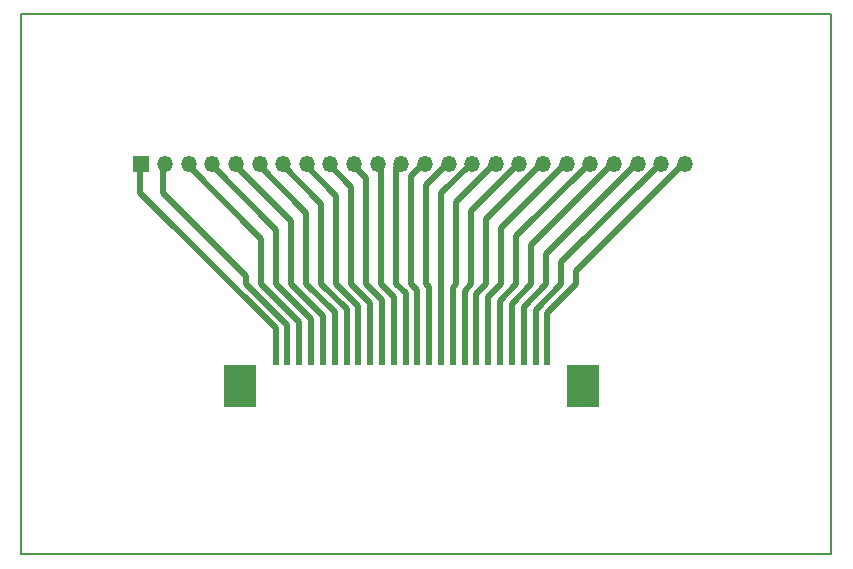
<source format=gbr>
%TF.GenerationSoftware,KiCad,Pcbnew,(6.0.1)*%
%TF.CreationDate,2022-02-07T11:42:41+00:00*%
%TF.ProjectId,24p_fpc_keyboard,3234705f-6670-4635-9f6b-6579626f6172,rev?*%
%TF.SameCoordinates,Original*%
%TF.FileFunction,Copper,L1,Top*%
%TF.FilePolarity,Positive*%
%FSLAX46Y46*%
G04 Gerber Fmt 4.6, Leading zero omitted, Abs format (unit mm)*
G04 Created by KiCad (PCBNEW (6.0.1)) date 2022-02-07 11:42:41*
%MOMM*%
%LPD*%
G01*
G04 APERTURE LIST*
%TA.AperFunction,Profile*%
%ADD10C,0.200000*%
%TD*%
%TA.AperFunction,ComponentPad*%
%ADD11R,1.350000X1.350000*%
%TD*%
%TA.AperFunction,ComponentPad*%
%ADD12O,1.350000X1.350000*%
%TD*%
%TA.AperFunction,SMDPad,CuDef*%
%ADD13R,0.610000X2.000000*%
%TD*%
%TA.AperFunction,SMDPad,CuDef*%
%ADD14R,2.680000X3.600000*%
%TD*%
%TA.AperFunction,Conductor*%
%ADD15C,0.500000*%
%TD*%
G04 APERTURE END LIST*
D10*
X175260000Y-48260000D02*
X106680000Y-48260000D01*
X106680000Y-48260000D02*
X106680000Y-93980000D01*
X106680000Y-93980000D02*
X175260000Y-93980000D01*
X175260000Y-93980000D02*
X175260000Y-48260000D01*
D11*
%TO.P,REF\u002A\u002A,1*%
%TO.N,N/C*%
X116840000Y-60960000D03*
D12*
%TO.P,REF\u002A\u002A,2*%
X118840000Y-60960000D03*
%TO.P,REF\u002A\u002A,3*%
X120840000Y-60960000D03*
%TO.P,REF\u002A\u002A,4*%
X122840000Y-60960000D03*
%TO.P,REF\u002A\u002A,5*%
X124840000Y-60960000D03*
%TO.P,REF\u002A\u002A,6*%
X126840000Y-60960000D03*
%TO.P,REF\u002A\u002A,7*%
X128840000Y-60960000D03*
%TO.P,REF\u002A\u002A,8*%
X130840000Y-60960000D03*
%TO.P,REF\u002A\u002A,9*%
X132840000Y-60960000D03*
%TO.P,REF\u002A\u002A,10*%
X134840000Y-60960000D03*
%TO.P,REF\u002A\u002A,11*%
X136840000Y-60960000D03*
%TO.P,REF\u002A\u002A,12*%
X138840000Y-60960000D03*
%TO.P,REF\u002A\u002A,13*%
X140840000Y-60960000D03*
%TO.P,REF\u002A\u002A,14*%
X142840000Y-60960000D03*
%TO.P,REF\u002A\u002A,15*%
X144840000Y-60960000D03*
%TO.P,REF\u002A\u002A,16*%
X146840000Y-60960000D03*
%TO.P,REF\u002A\u002A,17*%
X148840000Y-60960000D03*
%TO.P,REF\u002A\u002A,18*%
X150840000Y-60960000D03*
%TO.P,REF\u002A\u002A,19*%
X152840000Y-60960000D03*
%TO.P,REF\u002A\u002A,20*%
X154840000Y-60960000D03*
%TO.P,REF\u002A\u002A,21*%
X156840000Y-60960000D03*
%TO.P,REF\u002A\u002A,22*%
X158840000Y-60960000D03*
%TO.P,REF\u002A\u002A,23*%
X160840000Y-60960000D03*
%TO.P,REF\u002A\u002A,24*%
X162840000Y-60960000D03*
%TD*%
D13*
%TO.P,REF\u002A\u002A,1*%
%TO.N,N/C*%
X128200000Y-76940000D03*
%TO.P,REF\u002A\u002A,2*%
X129200000Y-76940000D03*
%TO.P,REF\u002A\u002A,3*%
X130200000Y-76940000D03*
%TO.P,REF\u002A\u002A,4*%
X131200000Y-76940000D03*
%TO.P,REF\u002A\u002A,5*%
X132200000Y-76940000D03*
%TO.P,REF\u002A\u002A,6*%
X133200000Y-76940000D03*
%TO.P,REF\u002A\u002A,7*%
X134200000Y-76940000D03*
%TO.P,REF\u002A\u002A,8*%
X135200000Y-76940000D03*
%TO.P,REF\u002A\u002A,9*%
X136200000Y-76940000D03*
%TO.P,REF\u002A\u002A,10*%
X137200000Y-76940000D03*
%TO.P,REF\u002A\u002A,11*%
X138200000Y-76940000D03*
%TO.P,REF\u002A\u002A,12*%
X139200000Y-76940000D03*
%TO.P,REF\u002A\u002A,13*%
X140200000Y-76940000D03*
%TO.P,REF\u002A\u002A,14*%
X141200000Y-76940000D03*
%TO.P,REF\u002A\u002A,15*%
X142200000Y-76940000D03*
%TO.P,REF\u002A\u002A,16*%
X143200000Y-76940000D03*
%TO.P,REF\u002A\u002A,17*%
X144200000Y-76940000D03*
%TO.P,REF\u002A\u002A,18*%
X145200000Y-76940000D03*
%TO.P,REF\u002A\u002A,19*%
X146200000Y-76940000D03*
%TO.P,REF\u002A\u002A,20*%
X147200000Y-76940000D03*
%TO.P,REF\u002A\u002A,21*%
X148200000Y-76940000D03*
%TO.P,REF\u002A\u002A,22*%
X149200000Y-76940000D03*
%TO.P,REF\u002A\u002A,23*%
X150200000Y-76940000D03*
%TO.P,REF\u002A\u002A,24*%
X151200000Y-76940000D03*
D14*
%TO.P,REF\u002A\u002A,MP*%
X125210000Y-79740000D03*
X154190000Y-79740000D03*
%TD*%
D15*
%TO.N,*%
X130200000Y-76860000D02*
X130200000Y-74320000D01*
X130200000Y-76940000D02*
X130200000Y-76860000D01*
X129200000Y-76540000D02*
X129200000Y-74590000D01*
X129200000Y-76940000D02*
X129200000Y-76540000D01*
X128200000Y-74860000D02*
X128200000Y-76940000D01*
X116700000Y-63360000D02*
X128200000Y-74860000D01*
X116700000Y-60960000D02*
X116700000Y-63360000D01*
X132200000Y-76940000D02*
X132200000Y-73780000D01*
X132200000Y-73780000D02*
X129540000Y-71120000D01*
X129540000Y-71120000D02*
X129540000Y-65800000D01*
X129540000Y-65800000D02*
X124700000Y-60960000D01*
X128270000Y-66530000D02*
X122700000Y-60960000D01*
X128270000Y-71120000D02*
X128270000Y-66530000D01*
X131200000Y-76940000D02*
X131200000Y-74050000D01*
X131200000Y-74050000D02*
X128270000Y-71120000D01*
X144780000Y-71120000D02*
X144780000Y-64880000D01*
X152400000Y-69260000D02*
X160700000Y-60960000D01*
X140200000Y-76940000D02*
X140199999Y-71619999D01*
X141200000Y-71350000D02*
X140970000Y-71120000D01*
X137160000Y-71120000D02*
X137160000Y-61420000D01*
X148200000Y-72780000D02*
X149860000Y-71120000D01*
X139200000Y-76940000D02*
X139200000Y-71890000D01*
X145200000Y-71970000D02*
X146050000Y-71120000D01*
X151200000Y-76940000D02*
X151200000Y-73590000D01*
X147200000Y-76940000D02*
X147200000Y-72510000D01*
X150200000Y-76940000D02*
X150200000Y-73320000D01*
X151130000Y-71120000D02*
X151130000Y-68530000D01*
X146050000Y-71120000D02*
X146050000Y-65610000D01*
X147200000Y-72510000D02*
X148590000Y-71120000D01*
X151130000Y-68530000D02*
X158700000Y-60960000D01*
X137200000Y-76940000D02*
X137200000Y-72430000D01*
X139700000Y-71120000D02*
X139700000Y-61960000D01*
X130200000Y-74320000D02*
X127000000Y-71120000D01*
X130810000Y-65070000D02*
X126700000Y-60960000D01*
X134620000Y-71120000D02*
X134620000Y-62880000D01*
X134620000Y-62880000D02*
X132700000Y-60960000D01*
X132080000Y-64340000D02*
X128700000Y-60960000D01*
X149860000Y-71120000D02*
X149860000Y-67800000D01*
X140970000Y-71120000D02*
X140970000Y-62690000D01*
X136200000Y-76940000D02*
X136200000Y-72700000D01*
X138430000Y-61230000D02*
X138700000Y-60960000D01*
X142240000Y-71120000D02*
X142240000Y-63420000D01*
X127000000Y-71120000D02*
X127000000Y-67260000D01*
X142240000Y-63420000D02*
X144700000Y-60960000D01*
X138200000Y-76940000D02*
X138200000Y-72160000D01*
X133350000Y-71120000D02*
X133350000Y-63610000D01*
X147320000Y-71120000D02*
X147320000Y-66340000D01*
X143200000Y-76940000D02*
X143200000Y-71430000D01*
X143510000Y-64150000D02*
X146700000Y-60960000D01*
X132080000Y-71120000D02*
X132080000Y-64340000D01*
X153670000Y-71120000D02*
X153670000Y-69990000D01*
X137200000Y-72430000D02*
X135890000Y-71120000D01*
X148590000Y-71120000D02*
X148590000Y-67070000D01*
X133350000Y-63610000D02*
X130700000Y-60960000D01*
X150200000Y-73320000D02*
X152400000Y-71120000D01*
X134200000Y-76940000D02*
X134200000Y-73240000D01*
X133200000Y-73510000D02*
X130810000Y-71120000D01*
X140970000Y-62690000D02*
X142700000Y-60960000D01*
X143200000Y-71430000D02*
X143510000Y-71120000D01*
X140199999Y-71619999D02*
X139700000Y-71120000D01*
X135200000Y-72970000D02*
X133350000Y-71120000D01*
X127000000Y-67260000D02*
X120700000Y-60960000D01*
X144780000Y-64880000D02*
X148700000Y-60960000D01*
X138430000Y-71120000D02*
X138430000Y-61230000D01*
X139700000Y-61960000D02*
X140700000Y-60960000D01*
X151200000Y-73590000D02*
X153670000Y-71120000D01*
X149200000Y-73050000D02*
X151130000Y-71120000D01*
X118700000Y-63360000D02*
X118700000Y-60960000D01*
X146050000Y-65610000D02*
X150700000Y-60960000D01*
X145200000Y-76940000D02*
X145200000Y-71970000D01*
X130810000Y-71120000D02*
X130810000Y-65070000D01*
X142200000Y-76940000D02*
X142200000Y-71160000D01*
X149200000Y-76940000D02*
X149200000Y-73050000D01*
X146200000Y-76940000D02*
X146200000Y-72240000D01*
X135200000Y-76940000D02*
X135200000Y-72970000D01*
X148200000Y-76940000D02*
X148200000Y-72780000D01*
X147320000Y-66340000D02*
X152700000Y-60960000D01*
X144200000Y-76940000D02*
X144200000Y-71700000D01*
X138200000Y-72160000D02*
X137160000Y-71120000D01*
X142200000Y-71160000D02*
X142240000Y-71120000D01*
X135890000Y-71120000D02*
X135890000Y-62150000D01*
X133200000Y-76940000D02*
X133200000Y-73510000D01*
X153670000Y-69990000D02*
X162700000Y-60960000D01*
X135890000Y-62150000D02*
X134700000Y-60960000D01*
X136200000Y-72700000D02*
X134620000Y-71120000D01*
X149860000Y-67800000D02*
X156700000Y-60960000D01*
X146200000Y-72240000D02*
X147320000Y-71120000D01*
X152400000Y-71120000D02*
X152400000Y-69260000D01*
X125730000Y-70390000D02*
X118700000Y-63360000D01*
X129200000Y-74590000D02*
X125730000Y-71120000D01*
X144200000Y-71700000D02*
X144780000Y-71120000D01*
X141200000Y-76940000D02*
X141200000Y-71350000D01*
X148590000Y-67070000D02*
X154700000Y-60960000D01*
X139200000Y-71890000D02*
X138430000Y-71120000D01*
X137160000Y-61420000D02*
X136700000Y-60960000D01*
X143510000Y-71120000D02*
X143510000Y-64150000D01*
X134200000Y-73240000D02*
X132080000Y-71120000D01*
X125730000Y-71120000D02*
X125730000Y-70390000D01*
%TD*%
M02*

</source>
